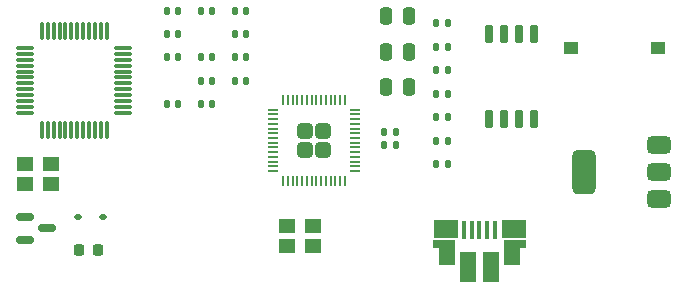
<source format=gbr>
%TF.GenerationSoftware,KiCad,Pcbnew,8.0.3*%
%TF.CreationDate,2024-06-27T21:22:13-04:00*%
%TF.ProjectId,rp2040-mgmt-module,72703230-3430-42d6-9d67-6d742d6d6f64,v0.0.0*%
%TF.SameCoordinates,Original*%
%TF.FileFunction,Paste,Top*%
%TF.FilePolarity,Positive*%
%FSLAX46Y46*%
G04 Gerber Fmt 4.6, Leading zero omitted, Abs format (unit mm)*
G04 Created by KiCad (PCBNEW 8.0.3) date 2024-06-27 21:22:13*
%MOMM*%
%LPD*%
G01*
G04 APERTURE LIST*
G04 Aperture macros list*
%AMRoundRect*
0 Rectangle with rounded corners*
0 $1 Rounding radius*
0 $2 $3 $4 $5 $6 $7 $8 $9 X,Y pos of 4 corners*
0 Add a 4 corners polygon primitive as box body*
4,1,4,$2,$3,$4,$5,$6,$7,$8,$9,$2,$3,0*
0 Add four circle primitives for the rounded corners*
1,1,$1+$1,$2,$3*
1,1,$1+$1,$4,$5*
1,1,$1+$1,$6,$7*
1,1,$1+$1,$8,$9*
0 Add four rect primitives between the rounded corners*
20,1,$1+$1,$2,$3,$4,$5,0*
20,1,$1+$1,$4,$5,$6,$7,0*
20,1,$1+$1,$6,$7,$8,$9,0*
20,1,$1+$1,$8,$9,$2,$3,0*%
G04 Aperture macros list end*
%ADD10RoundRect,0.140000X-0.140000X-0.170000X0.140000X-0.170000X0.140000X0.170000X-0.140000X0.170000X0*%
%ADD11RoundRect,0.250000X-0.250000X-0.475000X0.250000X-0.475000X0.250000X0.475000X-0.250000X0.475000X0*%
%ADD12RoundRect,0.375000X0.625000X0.375000X-0.625000X0.375000X-0.625000X-0.375000X0.625000X-0.375000X0*%
%ADD13RoundRect,0.500000X0.500000X1.400000X-0.500000X1.400000X-0.500000X-1.400000X0.500000X-1.400000X0*%
%ADD14RoundRect,0.218750X-0.218750X-0.256250X0.218750X-0.256250X0.218750X0.256250X-0.218750X0.256250X0*%
%ADD15R,1.200000X1.000000*%
%ADD16RoundRect,0.135000X-0.135000X-0.185000X0.135000X-0.185000X0.135000X0.185000X-0.135000X0.185000X0*%
%ADD17R,1.400000X1.200000*%
%ADD18RoundRect,0.150000X-0.587500X-0.150000X0.587500X-0.150000X0.587500X0.150000X-0.587500X0.150000X0*%
%ADD19RoundRect,0.112500X-0.187500X-0.112500X0.187500X-0.112500X0.187500X0.112500X-0.187500X0.112500X0*%
%ADD20RoundRect,0.249999X-0.395001X0.395001X-0.395001X-0.395001X0.395001X-0.395001X0.395001X0.395001X0*%
%ADD21RoundRect,0.050000X-0.050000X0.387500X-0.050000X-0.387500X0.050000X-0.387500X0.050000X0.387500X0*%
%ADD22RoundRect,0.050000X-0.387500X0.050000X-0.387500X-0.050000X0.387500X-0.050000X0.387500X0.050000X0*%
%ADD23R,0.400000X1.650000*%
%ADD24R,1.825000X0.700000*%
%ADD25R,2.000000X1.500000*%
%ADD26R,1.350000X2.000000*%
%ADD27R,1.430000X2.500000*%
%ADD28RoundRect,0.150000X-0.150000X0.650000X-0.150000X-0.650000X0.150000X-0.650000X0.150000X0.650000X0*%
%ADD29RoundRect,0.075000X-0.662500X-0.075000X0.662500X-0.075000X0.662500X0.075000X-0.662500X0.075000X0*%
%ADD30RoundRect,0.075000X-0.075000X-0.662500X0.075000X-0.662500X0.075000X0.662500X-0.075000X0.662500X0*%
G04 APERTURE END LIST*
D10*
%TO.C,C7*%
X31100000Y-8700000D03*
X32060000Y-8700000D03*
%TD*%
%TO.C,C6*%
X49520000Y-11100000D03*
X50480000Y-11100000D03*
%TD*%
D11*
%TO.C,C4*%
X49700000Y-4290000D03*
X51600000Y-4290000D03*
%TD*%
D12*
%TO.C,U1*%
X72750000Y-16800000D03*
X72750000Y-14500000D03*
D13*
X66450000Y-14500000D03*
D12*
X72750000Y-12200000D03*
%TD*%
D10*
%TO.C,C13*%
X36840000Y-820000D03*
X37800000Y-820000D03*
%TD*%
D14*
%TO.C,FB1*%
X23700000Y-21055000D03*
X25275000Y-21055000D03*
%TD*%
D15*
%TO.C,SW1*%
X72700000Y-4000000D03*
X65300000Y-4000000D03*
%TD*%
D10*
%TO.C,C2*%
X31100000Y-2790000D03*
X32060000Y-2790000D03*
%TD*%
%TO.C,C15*%
X36840000Y-4760000D03*
X37800000Y-4760000D03*
%TD*%
D11*
%TO.C,C16*%
X49700000Y-7300000D03*
X51600000Y-7300000D03*
%TD*%
D10*
%TO.C,C1*%
X31100000Y-820000D03*
X32060000Y-820000D03*
%TD*%
%TO.C,C10*%
X33970000Y-4760000D03*
X34930000Y-4760000D03*
%TD*%
D16*
%TO.C,R1*%
X53880000Y-1900000D03*
X54900000Y-1900000D03*
%TD*%
%TO.C,R7*%
X53880000Y-13840000D03*
X54900000Y-13840000D03*
%TD*%
D10*
%TO.C,C17*%
X36840000Y-6730000D03*
X37800000Y-6730000D03*
%TD*%
%TO.C,C9*%
X49520000Y-12200000D03*
X50480000Y-12200000D03*
%TD*%
%TO.C,C11*%
X33970000Y-6730000D03*
X34930000Y-6730000D03*
%TD*%
D17*
%TO.C,Y2*%
X19117500Y-15475000D03*
X21317500Y-15475000D03*
X21317500Y-13775000D03*
X19117500Y-13775000D03*
%TD*%
D10*
%TO.C,C8*%
X33970000Y-820000D03*
X34930000Y-820000D03*
%TD*%
D18*
%TO.C,Q1*%
X19100000Y-18300000D03*
X19100000Y-20200000D03*
X20975000Y-19250000D03*
%TD*%
D10*
%TO.C,C5*%
X31100000Y-4760000D03*
X32060000Y-4760000D03*
%TD*%
%TO.C,C12*%
X33970000Y-8700000D03*
X34930000Y-8700000D03*
%TD*%
D17*
%TO.C,Y1*%
X41300000Y-20750000D03*
X43500000Y-20750000D03*
X43500000Y-19050000D03*
X41300000Y-19050000D03*
%TD*%
D19*
%TO.C,D1*%
X23602500Y-18325000D03*
X25702500Y-18325000D03*
%TD*%
D16*
%TO.C,R3*%
X53880000Y-5880000D03*
X54900000Y-5880000D03*
%TD*%
%TO.C,R2*%
X53880000Y-3890000D03*
X54900000Y-3890000D03*
%TD*%
D20*
%TO.C,U3*%
X44362500Y-11000000D03*
X42762500Y-11000000D03*
X44362500Y-12600000D03*
X42762500Y-12600000D03*
D21*
X46162500Y-8362500D03*
X45762500Y-8362500D03*
X45362500Y-8362500D03*
X44962500Y-8362500D03*
X44562500Y-8362500D03*
X44162500Y-8362500D03*
X43762500Y-8362500D03*
X43362500Y-8362500D03*
X42962500Y-8362500D03*
X42562500Y-8362500D03*
X42162500Y-8362500D03*
X41762500Y-8362500D03*
X41362500Y-8362500D03*
X40962500Y-8362500D03*
D22*
X40125000Y-9200000D03*
X40125000Y-9600000D03*
X40125000Y-10000000D03*
X40125000Y-10400000D03*
X40125000Y-10800000D03*
X40125000Y-11200000D03*
X40125000Y-11600000D03*
X40125000Y-12000000D03*
X40125000Y-12400000D03*
X40125000Y-12800000D03*
X40125000Y-13200000D03*
X40125000Y-13600000D03*
X40125000Y-14000000D03*
X40125000Y-14400000D03*
D21*
X40962500Y-15237500D03*
X41362500Y-15237500D03*
X41762500Y-15237500D03*
X42162500Y-15237500D03*
X42562500Y-15237500D03*
X42962500Y-15237500D03*
X43362500Y-15237500D03*
X43762500Y-15237500D03*
X44162500Y-15237500D03*
X44562500Y-15237500D03*
X44962500Y-15237500D03*
X45362500Y-15237500D03*
X45762500Y-15237500D03*
X46162500Y-15237500D03*
D22*
X47000000Y-14400000D03*
X47000000Y-14000000D03*
X47000000Y-13600000D03*
X47000000Y-13200000D03*
X47000000Y-12800000D03*
X47000000Y-12400000D03*
X47000000Y-12000000D03*
X47000000Y-11600000D03*
X47000000Y-11200000D03*
X47000000Y-10800000D03*
X47000000Y-10400000D03*
X47000000Y-10000000D03*
X47000000Y-9600000D03*
X47000000Y-9200000D03*
%TD*%
D10*
%TO.C,C14*%
X36840000Y-2790000D03*
X37800000Y-2790000D03*
%TD*%
D23*
%TO.C,J2*%
X56260000Y-19400000D03*
X56910000Y-19400000D03*
X57560000Y-19400000D03*
X58210000Y-19400000D03*
X58860000Y-19400000D03*
D24*
X54610000Y-20600000D03*
D25*
X54710000Y-19300000D03*
D26*
X54830000Y-21350000D03*
D27*
X56600000Y-22550000D03*
X58520000Y-22550000D03*
D26*
X60310000Y-21350000D03*
D25*
X60460000Y-19280000D03*
D24*
X60560000Y-20600000D03*
%TD*%
D16*
%TO.C,R4*%
X53880000Y-7870000D03*
X54900000Y-7870000D03*
%TD*%
%TO.C,R6*%
X53880000Y-11850000D03*
X54900000Y-11850000D03*
%TD*%
D28*
%TO.C,U2*%
X62205000Y-2800000D03*
X60935000Y-2800000D03*
X59665000Y-2800000D03*
X58395000Y-2800000D03*
X58395000Y-10000000D03*
X59665000Y-10000000D03*
X60935000Y-10000000D03*
X62205000Y-10000000D03*
%TD*%
D29*
%TO.C,U4*%
X19105000Y-3975000D03*
X19105000Y-4475000D03*
X19105000Y-4975000D03*
X19105000Y-5475000D03*
X19105000Y-5975000D03*
X19105000Y-6475000D03*
X19105000Y-6975000D03*
X19105000Y-7475000D03*
X19105000Y-7975000D03*
X19105000Y-8475000D03*
X19105000Y-8975000D03*
X19105000Y-9475000D03*
D30*
X20517500Y-10887500D03*
X21017500Y-10887500D03*
X21517500Y-10887500D03*
X22017500Y-10887500D03*
X22517500Y-10887500D03*
X23017500Y-10887500D03*
X23517500Y-10887500D03*
X24017500Y-10887500D03*
X24517500Y-10887500D03*
X25017500Y-10887500D03*
X25517500Y-10887500D03*
X26017500Y-10887500D03*
D29*
X27430000Y-9475000D03*
X27430000Y-8975000D03*
X27430000Y-8475000D03*
X27430000Y-7975000D03*
X27430000Y-7475000D03*
X27430000Y-6975000D03*
X27430000Y-6475000D03*
X27430000Y-5975000D03*
X27430000Y-5475000D03*
X27430000Y-4975000D03*
X27430000Y-4475000D03*
X27430000Y-3975000D03*
D30*
X26017500Y-2562500D03*
X25517500Y-2562500D03*
X25017500Y-2562500D03*
X24517500Y-2562500D03*
X24017500Y-2562500D03*
X23517500Y-2562500D03*
X23017500Y-2562500D03*
X22517500Y-2562500D03*
X22017500Y-2562500D03*
X21517500Y-2562500D03*
X21017500Y-2562500D03*
X20517500Y-2562500D03*
%TD*%
D16*
%TO.C,R5*%
X53880000Y-9860000D03*
X54900000Y-9860000D03*
%TD*%
D11*
%TO.C,C3*%
X49700000Y-1280000D03*
X51600000Y-1280000D03*
%TD*%
M02*

</source>
